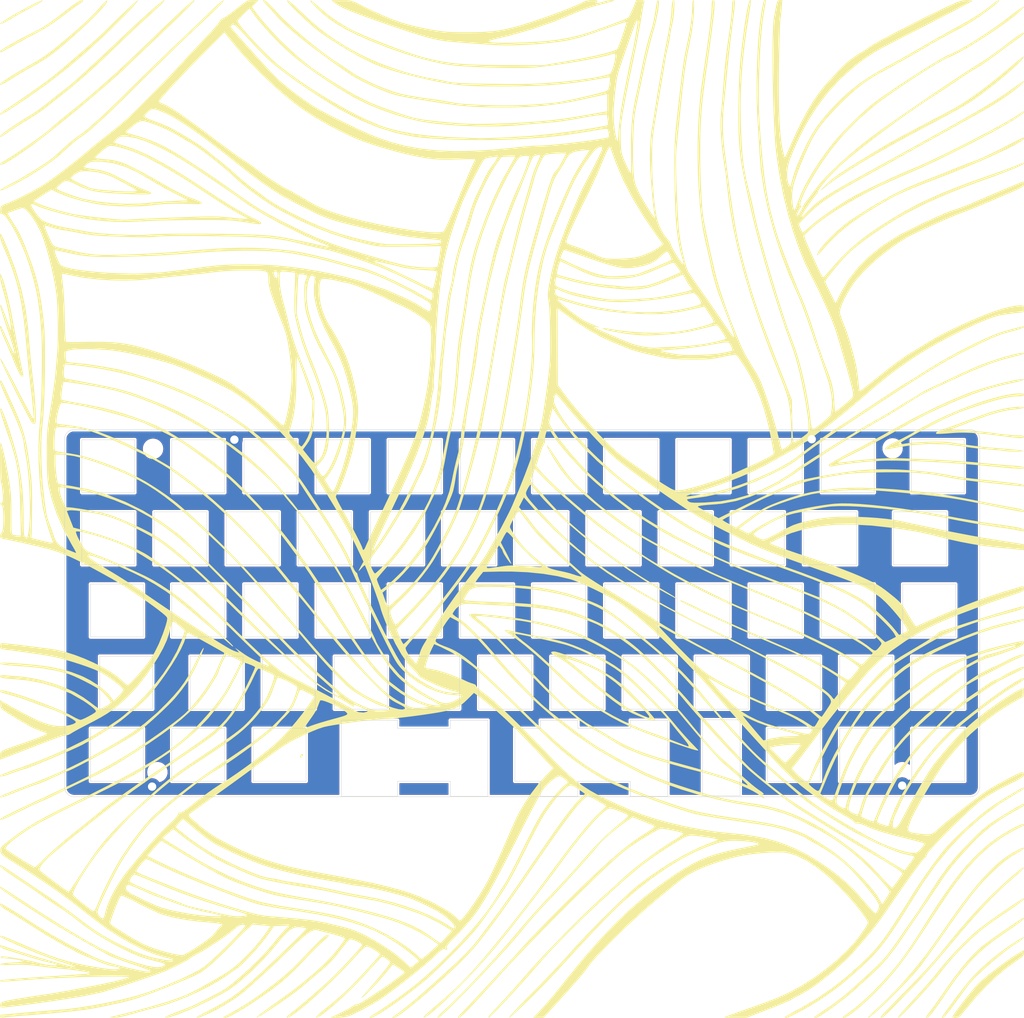
<source format=kicad_pcb>
(kicad_pcb (version 20211014) (generator pcbnew)
  (layers (0 "F.Cu" signal) (31 "B.Cu" signal) (34 "B.Paste" user) (35 "F.Paste" user) (36 "B.SilkS" user "B.Silkscreen") (37 "F.SilkS" user "F.Silkscreen") (38 "B.Mask" user) (39 "F.Mask" user) (44 "Edge.Cuts" user))
  (net 0 "")
  (footprint "MountingHole:MountingHole_2.2mm_M2_Pad" (layer "F.Cu") (at 46.482 141.224)
    (fp_text reference "REF**" hide)
    (fp_text value "MountingHole_2.2mm_M2_Pad")
    (pad "1" thru_hole circle (at 0 0) (size 4.4 4.4) (drill 2.2) (layers *.Cu *.Mask))
  )
  (footprint "LOGO" (layer "F.Cu") (at 141.478 67.945)
    (fp_text reference "G***" hide)
    (fp_text value "LOGO" hide)
  )
  (footprint "MountingHole:MountingHole_2.2mm_M2_Pad" (layer "F.Cu") (at 244.475 140.97)
    (fp_text reference "REF**" hide)
    (fp_text value "MountingHole_2.2mm_M2_Pad")
    (pad "1" thru_hole circle (at 0 0) (size 4.4 4.4) (drill 2.2) (layers *.Cu *.Mask))
  )
  (footprint "MountingHole:MountingHole_2.2mm_M2_Pad" (layer "F.Cu") (at 220.599 49.53)
    (fp_text reference "REF**" hide)
    (fp_text value "MountingHole_2.2mm_M2_Pad")
    (pad "1" thru_hole circle (at 0 0) (size 4.4 4.4) (drill 2.2) (layers *.Cu *.Mask))
  )
  (footprint "MountingHole:MountingHole_2.2mm_M2_Pad" (layer "F.Cu") (at 68.199 49.657)
    (fp_text reference "REF**" hide)
    (fp_text value "MountingHole_2.2mm_M2_Pad")
    (pad "1" thru_hole circle (at 0 0) (size 4.4 4.4) (drill 2.2) (layers *.Cu *.Mask))
  )
  (gr_line (start 172.72 125.857) (end 172.72 123.698) (layer "Edge.Cuts") (width 0.1))
  (gr_rect (start 185.039 87.757) (end 199.009 101.727) (layer "Edge.Cuts") (width 0.1) (fill none))
  (gr_line (start 172.72 143.764) (end 172.72 139.827) (layer "Edge.Cuts") (width 0.1))
  (gr_rect (start 165.989 87.757) (end 179.959 101.727) (layer "Edge.Cuts") (width 0.1) (fill none))
  (gr_line (start 111.252 123.698) (end 111.252 125.857) (layer "Edge.Cuts") (width 0.1))
  (gr_rect (start 113.665 106.807) (end 127.635 120.777) (layer "Edge.Cuts") (width 0.1) (fill none))
  (gr_line (start 125.222 125.857) (end 125.222 123.698) (layer "Edge.Cuts") (width 0.1))
  (gr_rect (start 108.839 49.657) (end 122.809 63.627) (layer "Edge.Cuts") (width 0.1) (fill none))
  (gr_rect (start 30.226 125.857) (end 44.196 139.827) (layer "Edge.Cuts") (width 0.1) (fill none))
  (gr_line (start 148.971 125.857) (end 148.971 123.698) (layer "Edge.Cuts") (width 0.1))
  (gr_line (start 148.971 143.764) (end 148.971 139.827) (layer "Edge.Cuts") (width 0.1))
  (gr_rect (start 51.689 87.757) (end 65.659 101.727) (layer "Edge.Cuts") (width 0.1) (fill none))
  (gr_line (start 158.877 139.827) (end 158.877 143.764) (layer "Edge.Cuts") (width 0.1))
  (gr_line (start 158.877 143.764) (end 148.971 143.764) (layer "Edge.Cuts") (width 0.1))
  (gr_rect (start 132.715 106.807) (end 146.685 120.777) (layer "Edge.Cuts") (width 0.1) (fill none))
  (gr_line (start 142.24 139.827) (end 142.24 125.857) (layer "Edge.Cuts") (width 0.1))
  (gr_line (start 111.252 139.827) (end 111.252 143.764) (layer "Edge.Cuts") (width 0.1))
  (gr_arc (start 23.368 49.53) (mid 24.111949 47.733949) (end 25.908 46.99) (layer "Edge.Cuts") (width 0.1))
  (gr_rect (start 247.015 106.807) (end 260.985 120.777) (layer "Edge.Cuts") (width 0.1) (fill none))
  (gr_rect (start 127.889 87.757) (end 141.859 101.727) (layer "Edge.Cuts") (width 0.1) (fill none))
  (gr_line (start 264.922 141.351) (end 264.922 49.53) (layer "Edge.Cuts") (width 0.1))
  (gr_rect (start 185.039 49.657) (end 199.009 63.627) (layer "Edge.Cuts") (width 0.1) (fill none))
  (gr_rect (start 27.94 49.657) (end 41.91 63.627) (layer "Edge.Cuts") (width 0.1) (fill none))
  (gr_line (start 172.72 123.698) (end 182.626 123.698) (layer "Edge.Cuts") (width 0.1))
  (gr_rect (start 146.939 87.757) (end 160.909 101.727) (layer "Edge.Cuts") (width 0.1) (fill none))
  (gr_line (start 158.877 125.857) (end 172.72 125.857) (layer "Edge.Cuts") (width 0.1))
  (gr_rect (start 246.888 49.657) (end 260.858 63.627) (layer "Edge.Cuts") (width 0.1) (fill none))
  (gr_line (start 96.393 143.764) (end 96.393 123.698) (layer "Edge.Cuts") (width 0.1))
  (gr_rect (start 204.089 49.657) (end 218.059 63.627) (layer "Edge.Cuts") (width 0.1) (fill none))
  (gr_rect (start 123.19 68.707) (end 137.16 82.677) (layer "Edge.Cuts") (width 0.1) (fill none))
  (gr_rect (start 104.14 68.707) (end 118.11 82.677) (layer "Edge.Cuts") (width 0.1) (fill none))
  (gr_rect (start 244.602 87.757) (end 258.572 101.727) (layer "Edge.Cuts") (width 0.1) (fill none))
  (gr_line (start 148.971 123.698) (end 158.877 123.698) (layer "Edge.Cuts") (width 0.1))
  (gr_rect (start 161.29 68.707) (end 175.26 82.677) (layer "Edge.Cuts") (width 0.1) (fill none))
  (gr_rect (start 89.789 49.657) (end 103.759 63.627) (layer "Edge.Cuts") (width 0.1) (fill none))
  (gr_rect (start 208.915 125.857) (end 222.885 139.827) (layer "Edge.Cuts") (width 0.1) (fill none))
  (gr_line (start 148.971 139.827) (end 142.24 139.827) (layer "Edge.Cuts") (width 0.1))
  (gr_rect (start 142.24 68.707) (end 156.21 82.677) (layer "Edge.Cuts") (width 0.1) (fill none))
  (gr_rect (start 223.139 49.657) (end 237.109 63.627) (layer "Edge.Cuts") (width 0.1) (fill none))
  (gr_rect (start 208.915 106.807) (end 222.885 120.777) (layer "Edge.Cuts") (width 0.1) (fill none))
  (gr_rect (start 204.089 87.757) (end 218.059 101.727) (layer "Edge.Cuts") (width 0.1) (fill none))
  (gr_rect (start 247.015 125.857) (end 260.985 139.827) (layer "Edge.Cuts") (width 0.1) (fill none))
  (gr_rect (start 27.94 68.707) (end 41.91 82.677) (layer "Edge.Cuts") (width 0.1) (fill none))
  (gr_rect (start 191.77 123.571) (end 201.676 143.637) (layer "Edge.Cuts") (width 0.1) (fill none))
  (gr_arc (start 264.922 141.351) (mid 264.178051 143.147051) (end 262.382 143.891) (layer "Edge.Cuts") (width 0.1))
  (gr_line (start 172.72 139.827) (end 158.877 139.827) (layer "Edge.Cuts") (width 0.1))
  (gr_rect (start 51.689 49.657) (end 65.659 63.627) (layer "Edge.Cuts") (width 0.1) (fill none))
  (gr_rect (start 32.639 106.807) (end 46.609 120.777) (layer "Edge.Cuts") (width 0.1) (fill none))
  (gr_rect (start 242.189 68.707) (end 256.159 82.677) (layer "Edge.Cuts") (width 0.1) (fill none))
  (gr_line (start 135.128 123.698) (end 135.128 143.764) (layer "Edge.Cuts") (width 0.1))
  (gr_line (start 111.252 143.764) (end 96.393 143.764) (layer "Edge.Cuts") (width 0.1))
  (gr_rect (start 108.839 87.757) (end 122.809 101.727) (layer "Edge.Cuts") (width 0.1) (fill none))
  (gr_arc (start 262.382 46.99) (mid 264.178051 47.733949) (end 264.922 49.53) (layer "Edge.Cuts") (width 0.1))
  (gr_line (start 135.128 143.764) (end 125.222 143.764) (layer "Edge.Cuts") (width 0.1))
  (gr_rect (start 165.989 49.657) (end 179.959 63.627) (layer "Edge.Cuts") (width 0.1) (fill none))
  (gr_rect (start 170.815 106.807) (end 184.785 120.777) (layer "Edge.Cuts") (width 0.1) (fill none))
  (gr_rect (start 89.789 87.757) (end 103.759 101.727) (layer "Edge.Cuts") (width 0.1) (fill none))
  (gr_rect (start 227.965 106.807) (end 241.935 120.777) (layer "Edge.Cuts") (width 0.1) (fill none))
  (gr_rect (start 151.765 106.807) (end 165.735 120.777) (layer "Edge.Cuts") (width 0.1) (fill none))
  (gr_rect (start 44.196 101.727) (end 30.226 87.757) (layer "Edge.Cuts") (width 0.1) (fill none))
  (gr_rect (start 46.99 68.707) (end 60.96 82.677) (layer "Edge.Cuts") (width 0.1) (fill none))
  (gr_rect (start 180.34 68.707) (end 194.31 82.677) (layer "Edge.Cuts") (width 0.1) (fill none))
  (gr_rect (start 85.09 68.707) (end 99.06 82.677) (layer "Edge.Cuts") (width 0.1) (fill none))
  (gr_rect (start 75.565 106.807) (end 89.535 120.777) (layer "Edge.Cuts") (width 0.1) (fill none))
  (gr_rect (start 199.39 68.707) (end 213.36 82.677) (layer "Edge.Cuts") (width 0.1) (fill none))
  (gr_rect (start 227.965 125.857) (end 241.935 139.827) (layer "Edge.Cuts") (width 0.1) (fill none))
  (gr_line (start 142.24 125.857) (end 148.971 125.857) (layer "Edge.Cuts") (width 0.1))
  (gr_line (start 23.368 49.53) (end 23.368 141.351) (layer "Edge.Cuts") (width 0.1))
  (gr_line (start 182.626 123.698) (end 182.626 143.764) (layer "Edge.Cuts") (width 0.1))
  (gr_rect (start 146.939 49.657) (end 160.909 63.627) (layer "Edge.Cuts") (width 0.1) (fill none))
  (gr_line (start 158.877 123.698) (end 158.877 125.857) (layer "Edge.Cuts") (width 0.1))
  (gr_line (start 182.626 143.764) (end 172.72 143.764) (layer "Edge.Cuts") (width 0.1))
  (gr_rect (start 189.865 106.807) (end 203.835 120.777) (layer "Edge.Cuts") (width 0.1) (fill none))
  (gr_rect (start 66.04 68.707) (end 80.01 82.677) (layer "Edge.Cuts") (width 0.1) (fill none))
  (gr_rect (start 127.889 49.657) (end 141.859 63.627) (layer "Edge.Cuts") (width 0.1) (fill none))
  (gr_rect (start 70.739 87.757) (end 84.709 101.727) (layer "Edge.Cuts") (width 0.1) (fill none))
  (gr_rect (start 73.152 125.857) (end 87.122 139.827) (layer "Edge.Cuts") (width 0.1) (fill none))
  (gr_line (start 111.252 125.857) (end 125.222 125.857) (layer "Edge.Cuts") (width 0.1))
  (gr_line (start 25.908 46.99) (end 262.382 46.99) (layer "Edge.Cuts") (width 0.1))
  (gr_line (start 125.222 143.764) (end 125.222 139.827) (layer "Edge.Cuts") (width 0.1))
  (gr_line (start 125.222 123.698) (end 135.128 123.698) (layer "Edge.Cuts") (width 0.1))
  (gr_line (start 25.908 143.891) (end 262.382 143.891) (layer "Edge.Cuts") (width 0.1))
  (gr_rect (start 51.689 125.857) (end 65.659 139.827) (layer "Edge.Cuts") (width 0.1) (fill none))
  (gr_rect (start 56.515 106.807) (end 70.485 120.777) (layer "Edge.Cuts") (width 0.1) (fill none))
  (gr_arc (start 25.908 143.891) (mid 24.111949 143.147051) (end 23.368 141.351) (layer "Edge.Cuts") (width 0.1))
  (gr_rect (start 223.139 87.757) (end 237.109 101.727) (layer "Edge.Cuts") (width 0.1) (fill none))
  (gr_line (start 96.393 123.698) (end 111.252 123.698) (layer "Edge.Cuts") (width 0.1))
  (gr_rect (start 218.44 68.707) (end 232.41 82.677) (layer "Edge.Cuts") (width 0.1) (fill none))
  (gr_line (start 125.222 139.827) (end 111.252 139.827) (layer "Edge.Cuts") (width 0.1))
  (gr_rect (start 70.739 49.657) (end 84.709 63.627) (layer "Edge.Cuts") (width 0.1) (fill none))
  (gr_rect (start 94.615 106.807) (end 108.585 120.777) (layer "Edge.Cuts") (width 0.1) (fill none))
  (zone (net 0) (net_name "") (layers F&B.Cu) (connect_pads (clearance 0.508)) (min_thickness 0.254) (fill yes (thermal_gap 0.508) (thermal_bridge_width 0.508))
    (polygon (pts (xy 18.724822 41.031478) (xy 266.065 42.672) (xy 267.462 149.098) (xy 18.542 146.939) (xy 18.542 42.037) (xy 18.724822 41.031478) (xy 17.145 41.021) (xy 18.796 40.64)))
  )
)
</source>
